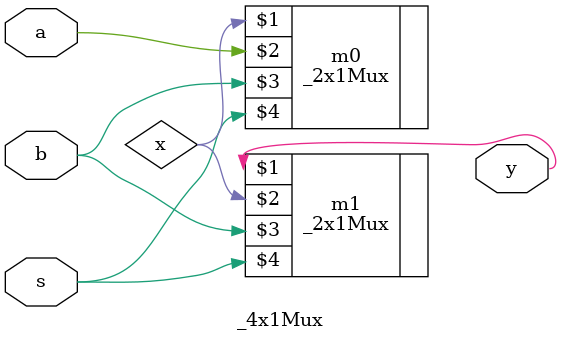
<source format=v>
module _4x1Mux (
		output y, 
		input a, b, s
);
	   wire x;
	   // 2x1 muxes
	   _2x1Mux m0 (x, a, b, s);
	   _2x1Mux m1 (y, x, b, s);
endmodule
</source>
